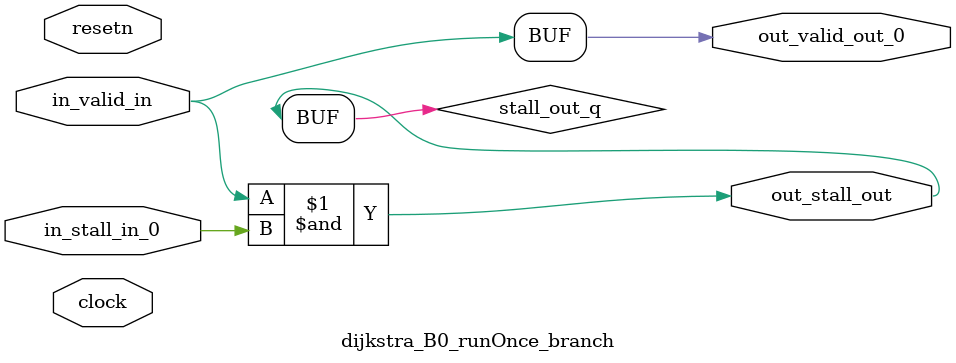
<source format=sv>



(* altera_attribute = "-name AUTO_SHIFT_REGISTER_RECOGNITION OFF; -name MESSAGE_DISABLE 10036; -name MESSAGE_DISABLE 10037; -name MESSAGE_DISABLE 14130; -name MESSAGE_DISABLE 14320; -name MESSAGE_DISABLE 15400; -name MESSAGE_DISABLE 14130; -name MESSAGE_DISABLE 10036; -name MESSAGE_DISABLE 12020; -name MESSAGE_DISABLE 12030; -name MESSAGE_DISABLE 12010; -name MESSAGE_DISABLE 12110; -name MESSAGE_DISABLE 14320; -name MESSAGE_DISABLE 13410; -name MESSAGE_DISABLE 113007; -name MESSAGE_DISABLE 10958" *)
module dijkstra_B0_runOnce_branch (
    input wire [0:0] in_stall_in_0,
    input wire [0:0] in_valid_in,
    output wire [0:0] out_stall_out,
    output wire [0:0] out_valid_out_0,
    input wire clock,
    input wire resetn
    );

    wire [0:0] stall_out_q;


    // stall_out(LOGICAL,6)
    assign stall_out_q = in_valid_in & in_stall_in_0;

    // out_stall_out(GPOUT,4)
    assign out_stall_out = stall_out_q;

    // out_valid_out_0(GPOUT,5)
    assign out_valid_out_0 = in_valid_in;

endmodule

</source>
